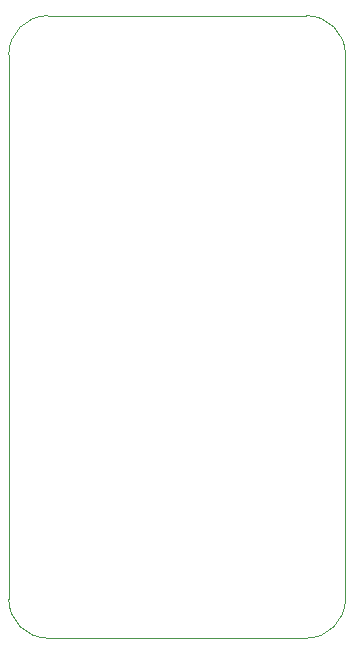
<source format=gbr>
%TF.GenerationSoftware,KiCad,Pcbnew,(5.1.12-1-10_14)*%
%TF.CreationDate,2022-01-26T17:57:44+01:00*%
%TF.ProjectId,tiny-led-esp32,74696e79-2d6c-4656-942d-65737033322e,rev?*%
%TF.SameCoordinates,Original*%
%TF.FileFunction,Profile,NP*%
%FSLAX46Y46*%
G04 Gerber Fmt 4.6, Leading zero omitted, Abs format (unit mm)*
G04 Created by KiCad (PCBNEW (5.1.12-1-10_14)) date 2022-01-26 17:57:44*
%MOMM*%
%LPD*%
G01*
G04 APERTURE LIST*
%TA.AperFunction,Profile*%
%ADD10C,0.050000*%
%TD*%
G04 APERTURE END LIST*
D10*
X163703000Y-76200000D02*
G75*
G02*
X167005000Y-79502000I0J-3302000D01*
G01*
X167005000Y-125603000D02*
G75*
G02*
X163703000Y-128905000I-3302000J0D01*
G01*
X141795500Y-128905000D02*
G75*
G02*
X138493500Y-125603000I0J3302000D01*
G01*
X138493500Y-79502000D02*
G75*
G02*
X141795500Y-76200000I3302000J0D01*
G01*
X138493500Y-125603000D02*
X138493500Y-79502000D01*
X163703000Y-128905000D02*
X141795500Y-128905000D01*
X167005000Y-79502000D02*
X167005000Y-125603000D01*
X141795500Y-76200000D02*
X163703000Y-76200000D01*
M02*

</source>
